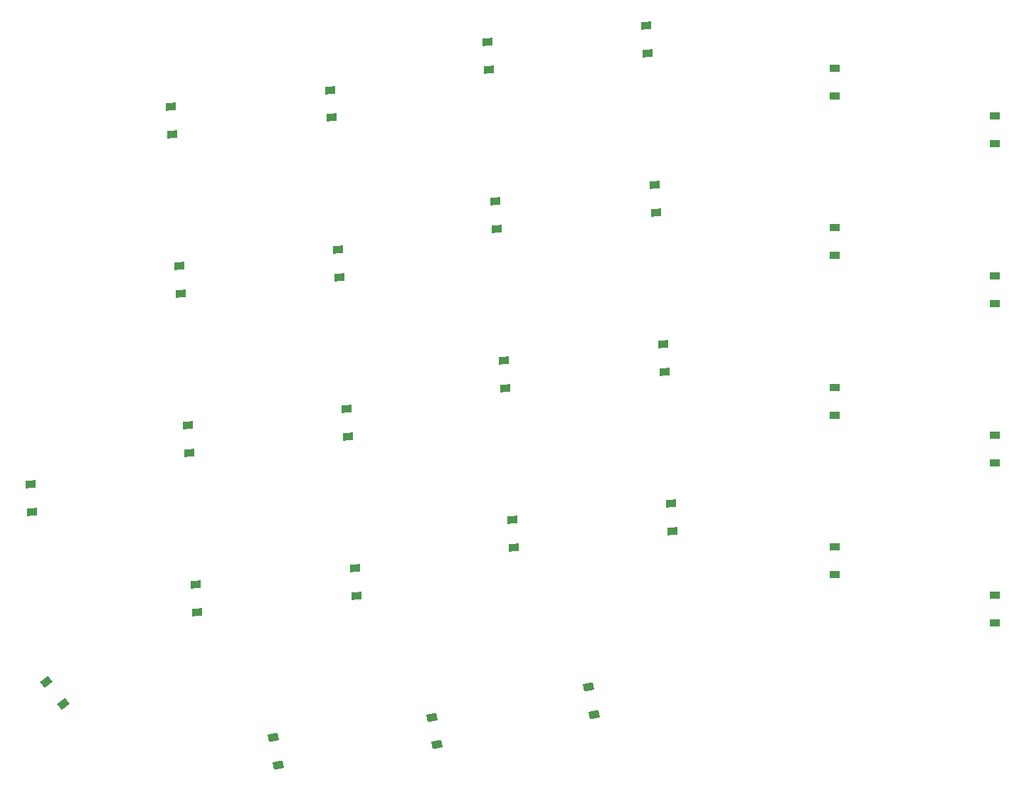
<source format=gbr>
%TF.GenerationSoftware,KiCad,Pcbnew,8.0.4*%
%TF.CreationDate,2024-09-16T15:21:11-06:00*%
%TF.ProjectId,right_board,72696768-745f-4626-9f61-72642e6b6963,v1.0.0*%
%TF.SameCoordinates,Original*%
%TF.FileFunction,Paste,Top*%
%TF.FilePolarity,Positive*%
%FSLAX46Y46*%
G04 Gerber Fmt 4.6, Leading zero omitted, Abs format (unit mm)*
G04 Created by KiCad (PCBNEW 8.0.4) date 2024-09-16 15:21:11*
%MOMM*%
%LPD*%
G01*
G04 APERTURE LIST*
G04 Aperture macros list*
%AMRotRect*
0 Rectangle, with rotation*
0 The origin of the aperture is its center*
0 $1 length*
0 $2 width*
0 $3 Rotation angle, in degrees counterclockwise*
0 Add horizontal line*
21,1,$1,$2,0,0,$3*%
G04 Aperture macros list end*
%ADD10RotRect,0.900000X1.200000X93.000000*%
%ADD11R,1.200000X0.900000*%
%ADD12RotRect,0.900000X1.200000X101.000000*%
%ADD13RotRect,0.900000X1.200000X128.000000*%
G04 APERTURE END LIST*
D10*
%TO.C,D17*%
X204809542Y-176796849D03*
X204636834Y-173501371D03*
%TD*%
%TO.C,D10*%
X241463981Y-150126953D03*
X241291273Y-146831475D03*
%TD*%
D11*
%TO.C,D3*%
X280749798Y-142004160D03*
X280749798Y-138704160D03*
%TD*%
%TO.C,D4*%
X280749798Y-123004160D03*
X280749798Y-119704160D03*
%TD*%
D10*
%TO.C,D20*%
X201826392Y-119874965D03*
X201653684Y-116579487D03*
%TD*%
%TO.C,D13*%
X223534253Y-171046493D03*
X223361545Y-167751015D03*
%TD*%
D12*
%TO.C,D25*%
X233087157Y-190919996D03*
X232457487Y-187680626D03*
%TD*%
D11*
%TO.C,D5*%
X261749798Y-174289160D03*
X261749798Y-170989160D03*
%TD*%
D10*
%TO.C,D29*%
X166233588Y-166802061D03*
X166060880Y-163506583D03*
%TD*%
D11*
%TO.C,D7*%
X261749798Y-136289160D03*
X261749798Y-132989160D03*
%TD*%
D10*
%TO.C,D19*%
X202820776Y-138848926D03*
X202648068Y-135553448D03*
%TD*%
%TO.C,D11*%
X240469598Y-131152992D03*
X240296890Y-127857514D03*
%TD*%
%TO.C,D12*%
X239475215Y-112179031D03*
X239302507Y-108883553D03*
%TD*%
%TO.C,D15*%
X221545487Y-133098570D03*
X221372779Y-129803092D03*
%TD*%
D11*
%TO.C,D1*%
X280749798Y-180004160D03*
X280749798Y-176704160D03*
%TD*%
D12*
%TO.C,D26*%
X214436241Y-194545367D03*
X213806571Y-191305997D03*
%TD*%
D10*
%TO.C,D9*%
X242458364Y-169100915D03*
X242285656Y-165805437D03*
%TD*%
%TO.C,D14*%
X222539870Y-152072531D03*
X222367162Y-148777053D03*
%TD*%
%TO.C,D18*%
X203815159Y-157822888D03*
X203642451Y-154527410D03*
%TD*%
D12*
%TO.C,D27*%
X195546813Y-196943704D03*
X194917143Y-193704334D03*
%TD*%
D11*
%TO.C,D2*%
X280749798Y-161004160D03*
X280749798Y-157704160D03*
%TD*%
D13*
%TO.C,D28*%
X169919981Y-189684861D03*
X167888299Y-187084425D03*
%TD*%
D11*
%TO.C,D8*%
X261749798Y-117289160D03*
X261749798Y-113989160D03*
%TD*%
D10*
%TO.C,D21*%
X185887917Y-178789862D03*
X185715209Y-175494384D03*
%TD*%
%TO.C,D23*%
X183899150Y-140841939D03*
X183726442Y-137546461D03*
%TD*%
%TO.C,D24*%
X182904767Y-121867978D03*
X182732059Y-118572500D03*
%TD*%
D11*
%TO.C,D6*%
X261749798Y-155289160D03*
X261749798Y-151989160D03*
%TD*%
D10*
%TO.C,D22*%
X184893534Y-159815900D03*
X184720826Y-156520422D03*
%TD*%
%TO.C,D16*%
X220551104Y-114124609D03*
X220378396Y-110829131D03*
%TD*%
M02*

</source>
